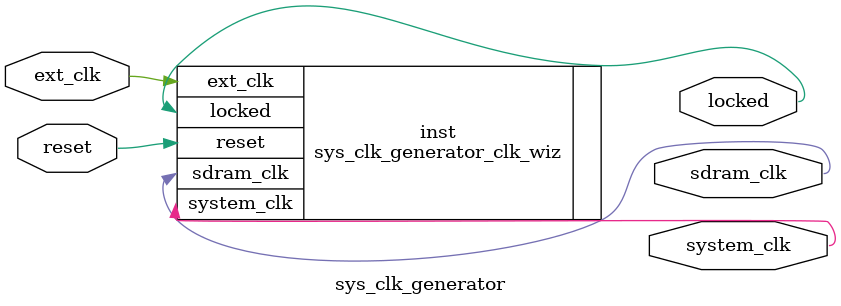
<source format=v>


`timescale 1ps/1ps

(* CORE_GENERATION_INFO = "sys_clk_generator,clk_wiz_v6_0_8_0_0,{component_name=sys_clk_generator,use_phase_alignment=true,use_min_o_jitter=false,use_max_i_jitter=false,use_dyn_phase_shift=false,use_inclk_switchover=false,use_dyn_reconfig=false,enable_axi=0,feedback_source=FDBK_AUTO,PRIMITIVE=MMCM,num_out_clk=2,clkin1_period=10.000,clkin2_period=10.000,use_power_down=false,use_reset=true,use_locked=true,use_inclk_stopped=false,feedback_type=SINGLE,CLOCK_MGR_TYPE=NA,manual_override=false}" *)

module sys_clk_generator 
 (
  // Clock out ports
  output        system_clk,
  output        sdram_clk,
  // Status and control signals
  input         reset,
  output        locked,
 // Clock in ports
  input         ext_clk
 );

  sys_clk_generator_clk_wiz inst
  (
  // Clock out ports  
  .system_clk(system_clk),
  .sdram_clk(sdram_clk),
  // Status and control signals               
  .reset(reset), 
  .locked(locked),
 // Clock in ports
  .ext_clk(ext_clk)
  );

endmodule

</source>
